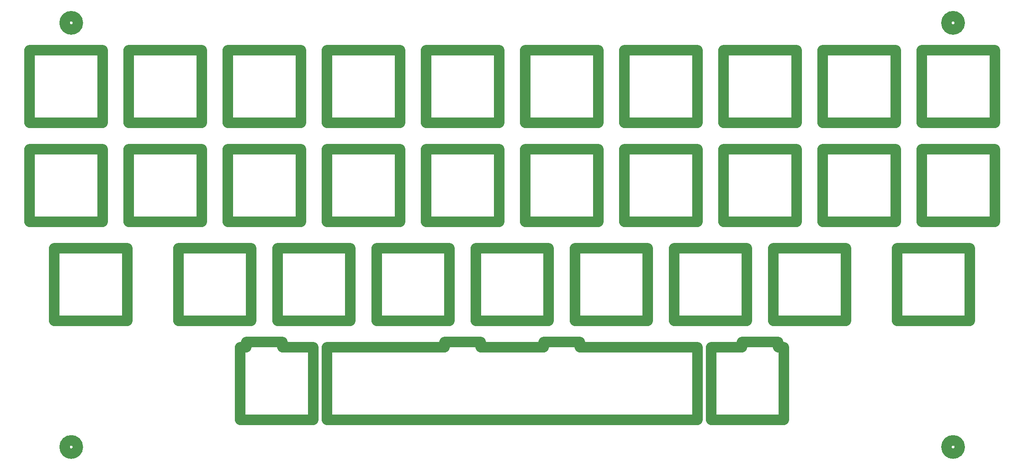
<source format=gbr>
%TF.GenerationSoftware,KiCad,Pcbnew,(6.0.10)*%
%TF.CreationDate,2023-02-13T13:56:49-06:00*%
%TF.ProjectId,WilliamPlate,57696c6c-6961-46d5-906c-6174652e6b69,rev?*%
%TF.SameCoordinates,Original*%
%TF.FileFunction,Soldermask,Top*%
%TF.FilePolarity,Negative*%
%FSLAX46Y46*%
G04 Gerber Fmt 4.6, Leading zero omitted, Abs format (unit mm)*
G04 Created by KiCad (PCBNEW (6.0.10)) date 2023-02-13 13:56:49*
%MOMM*%
%LPD*%
G01*
G04 APERTURE LIST*
%ADD10C,2.000000*%
G04 APERTURE END LIST*
D10*
X97956250Y-108537500D02*
X104956250Y-108537500D01*
X241806250Y-66387500D02*
X227806250Y-66387500D01*
X213231250Y-90487500D02*
X213231250Y-104487500D01*
X180181250Y-104487500D02*
X180181250Y-90487500D01*
X146556250Y-85437500D02*
X132556250Y-85437500D01*
X89406250Y-71437500D02*
X89406250Y-85437500D01*
X75406250Y-52387500D02*
X89406250Y-52387500D01*
X137031250Y-104487500D02*
X123031250Y-104487500D01*
X170656250Y-85437500D02*
X170656250Y-71437500D01*
X162106250Y-109537500D02*
X184656250Y-109537500D01*
X227806250Y-52387500D02*
X241806250Y-52387500D01*
X104956250Y-108537500D02*
X104956250Y-109537500D01*
X94456250Y-85437500D02*
X94456250Y-71437500D01*
X161131250Y-104487500D02*
X161131250Y-90487500D01*
X227806250Y-71437500D02*
X241806250Y-71437500D01*
X75406250Y-85437500D02*
X75406250Y-71437500D01*
X189706250Y-66387500D02*
X189706250Y-52387500D01*
X137031250Y-90487500D02*
X137031250Y-104487500D01*
X213231250Y-104487500D02*
X199231250Y-104487500D01*
X98931250Y-90487500D02*
X98931250Y-104487500D01*
X184656250Y-71437500D02*
X184656250Y-85437500D01*
X70356250Y-85437500D02*
X56356250Y-85437500D01*
X132556250Y-85437500D02*
X132556250Y-71437500D01*
X156081250Y-104487500D02*
X142081250Y-104487500D01*
X117981250Y-104487500D02*
X103981250Y-104487500D01*
X165606250Y-71437500D02*
X165606250Y-85437500D01*
X56356250Y-66387500D02*
X56356250Y-52387500D01*
X75406250Y-66387500D02*
X75406250Y-52387500D01*
X187325000Y-123537500D02*
X187325000Y-109537500D01*
X132556250Y-52387500D02*
X146556250Y-52387500D01*
X187325000Y-109537500D02*
X193206250Y-109537500D01*
X108456250Y-52387500D02*
X108456250Y-66387500D01*
X175131250Y-104487500D02*
X161131250Y-104487500D01*
X84931250Y-90487500D02*
X98931250Y-90487500D01*
X61118750Y-104487500D02*
X61118750Y-90487500D01*
X75118750Y-104487500D02*
X61118750Y-104487500D01*
X222756250Y-71437500D02*
X222756250Y-85437500D01*
X227806250Y-85437500D02*
X227806250Y-71437500D01*
X223043750Y-90487500D02*
X237043750Y-90487500D01*
X184656250Y-109537500D02*
X184656250Y-123537500D01*
X65631250Y-128762500D02*
G75*
G03*
X65631250Y-128762500I-1275000J0D01*
G01*
X142081250Y-90487500D02*
X156081250Y-90487500D01*
X123031250Y-104487500D02*
X123031250Y-90487500D01*
X162106250Y-108537500D02*
X162106250Y-109537500D01*
X193206250Y-109537500D02*
X193206250Y-108537500D01*
X170656250Y-66387500D02*
X170656250Y-52387500D01*
X161131250Y-90487500D02*
X175131250Y-90487500D01*
X151606250Y-66387500D02*
X151606250Y-52387500D01*
X146556250Y-66387500D02*
X132556250Y-66387500D01*
X103981250Y-90487500D02*
X117981250Y-90487500D01*
X155106250Y-109537500D02*
X155106250Y-108537500D01*
X208756250Y-52387500D02*
X222756250Y-52387500D01*
X103981250Y-104487500D02*
X103981250Y-90487500D01*
X222756250Y-85437500D02*
X208756250Y-85437500D01*
X89406250Y-52387500D02*
X89406250Y-66387500D01*
X70356250Y-71437500D02*
X70356250Y-85437500D01*
X96837500Y-109537500D02*
X97956250Y-109537500D01*
X170656250Y-52387500D02*
X184656250Y-52387500D01*
X170656250Y-71437500D02*
X184656250Y-71437500D01*
X94456250Y-52387500D02*
X108456250Y-52387500D01*
X156081250Y-90487500D02*
X156081250Y-104487500D01*
X65631250Y-47162500D02*
G75*
G03*
X65631250Y-47162500I-1275000J0D01*
G01*
X56356250Y-52387500D02*
X70356250Y-52387500D01*
X132556250Y-71437500D02*
X146556250Y-71437500D01*
X113506250Y-109537500D02*
X136056250Y-109537500D01*
X199231250Y-90487500D02*
X213231250Y-90487500D01*
X241806250Y-85437500D02*
X227806250Y-85437500D01*
X97956250Y-109537500D02*
X97956250Y-108537500D01*
X98931250Y-104487500D02*
X84931250Y-104487500D01*
X94456250Y-66387500D02*
X94456250Y-52387500D01*
X203706250Y-52387500D02*
X203706250Y-66387500D01*
X194181250Y-90487500D02*
X194181250Y-104487500D01*
X136056250Y-109537500D02*
X136056250Y-108537500D01*
X155106250Y-108537500D02*
X162106250Y-108537500D01*
X146556250Y-52387500D02*
X146556250Y-66387500D01*
X56356250Y-71437500D02*
X70356250Y-71437500D01*
X61118750Y-90487500D02*
X75118750Y-90487500D01*
X127506250Y-71437500D02*
X127506250Y-85437500D01*
X143056250Y-108537500D02*
X143056250Y-109537500D01*
X146556250Y-71437500D02*
X146556250Y-85437500D01*
X200206250Y-108537500D02*
X200206250Y-109537500D01*
X75406250Y-71437500D02*
X89406250Y-71437500D01*
X113506250Y-123537500D02*
X113506250Y-109537500D01*
X151606250Y-71437500D02*
X165606250Y-71437500D01*
X189706250Y-52387500D02*
X203706250Y-52387500D01*
X201325000Y-109537500D02*
X201325000Y-123537500D01*
X113506250Y-66387500D02*
X113506250Y-52387500D01*
X227806250Y-66387500D02*
X227806250Y-52387500D01*
X108456250Y-66387500D02*
X94456250Y-66387500D01*
X127506250Y-85437500D02*
X113506250Y-85437500D01*
X110837500Y-123537500D02*
X96837500Y-123537500D01*
X56356250Y-85437500D02*
X56356250Y-71437500D01*
X203706250Y-71437500D02*
X203706250Y-85437500D01*
X175131250Y-90487500D02*
X175131250Y-104487500D01*
X208756250Y-85437500D02*
X208756250Y-71437500D01*
X127506250Y-52387500D02*
X127506250Y-66387500D01*
X199231250Y-104487500D02*
X199231250Y-90487500D01*
X113506250Y-52387500D02*
X127506250Y-52387500D01*
X117981250Y-90487500D02*
X117981250Y-104487500D01*
X241806250Y-52387500D02*
X241806250Y-66387500D01*
X94456250Y-71437500D02*
X108456250Y-71437500D01*
X241806250Y-71437500D02*
X241806250Y-85437500D01*
X151606250Y-52387500D02*
X165606250Y-52387500D01*
X165606250Y-52387500D02*
X165606250Y-66387500D01*
X189706250Y-71437500D02*
X203706250Y-71437500D01*
X84931250Y-104487500D02*
X84931250Y-90487500D01*
X151606250Y-85437500D02*
X151606250Y-71437500D01*
X180181250Y-90487500D02*
X194181250Y-90487500D01*
X113506250Y-71437500D02*
X127506250Y-71437500D01*
X70356250Y-52387500D02*
X70356250Y-66387500D01*
X184656250Y-123537500D02*
X113506250Y-123537500D01*
X136056250Y-108537500D02*
X143056250Y-108537500D01*
X165606250Y-85437500D02*
X151606250Y-85437500D01*
X223043750Y-104487500D02*
X223043750Y-90487500D01*
X132556250Y-66387500D02*
X132556250Y-52387500D01*
X96837500Y-123537500D02*
X96837500Y-109537500D01*
X222756250Y-52387500D02*
X222756250Y-66387500D01*
X237043750Y-90487500D02*
X237043750Y-104487500D01*
X184656250Y-85437500D02*
X170656250Y-85437500D01*
X194181250Y-104487500D02*
X180181250Y-104487500D01*
X108456250Y-71437500D02*
X108456250Y-85437500D01*
X89406250Y-66387500D02*
X75406250Y-66387500D01*
X201325000Y-123537500D02*
X187325000Y-123537500D01*
X184656250Y-52387500D02*
X184656250Y-66387500D01*
X104956250Y-109537500D02*
X110837500Y-109537500D01*
X193206250Y-108537500D02*
X200206250Y-108537500D01*
X70356250Y-66387500D02*
X56356250Y-66387500D01*
X165606250Y-66387500D02*
X151606250Y-66387500D01*
X184656250Y-66387500D02*
X170656250Y-66387500D01*
X222756250Y-66387500D02*
X208756250Y-66387500D01*
X89406250Y-85437500D02*
X75406250Y-85437500D01*
X200206250Y-109537500D02*
X201325000Y-109537500D01*
X108456250Y-85437500D02*
X94456250Y-85437500D01*
X208756250Y-66387500D02*
X208756250Y-52387500D01*
X143056250Y-109537500D02*
X155106250Y-109537500D01*
X127506250Y-66387500D02*
X113506250Y-66387500D01*
X189706250Y-85437500D02*
X189706250Y-71437500D01*
X123031250Y-90487500D02*
X137031250Y-90487500D01*
X113506250Y-85437500D02*
X113506250Y-71437500D01*
X235081250Y-47162500D02*
G75*
G03*
X235081250Y-47162500I-1275000J0D01*
G01*
X237043750Y-104487500D02*
X223043750Y-104487500D01*
X142081250Y-104487500D02*
X142081250Y-90487500D01*
X110837500Y-109537500D02*
X110837500Y-123537500D01*
X208756250Y-71437500D02*
X222756250Y-71437500D01*
X75118750Y-90487500D02*
X75118750Y-104487500D01*
X203706250Y-66387500D02*
X189706250Y-66387500D01*
X203706250Y-85437500D02*
X189706250Y-85437500D01*
X235081250Y-128762500D02*
G75*
G03*
X235081250Y-128762500I-1275000J0D01*
G01*
M02*

</source>
